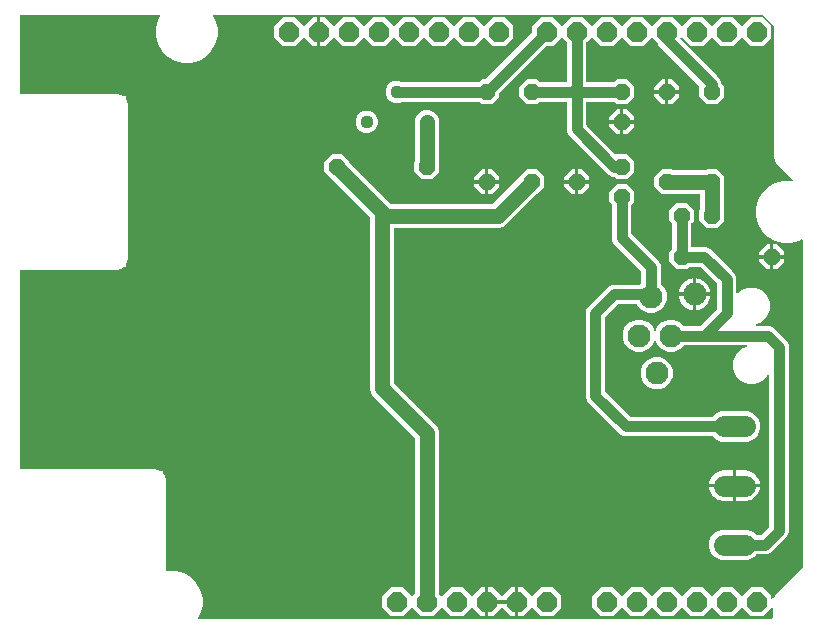
<source format=gbr>
G04 EAGLE Gerber RS-274X export*
G75*
%MOMM*%
%FSLAX34Y34*%
%LPD*%
%INBottom Copper*%
%IPPOS*%
%AMOC8*
5,1,8,0,0,1.08239X$1,22.5*%
G01*
%ADD10P,1.429621X8X22.500000*%
%ADD11P,1.429621X8X112.500000*%
%ADD12P,1.429621X8X292.500000*%
%ADD13P,1.429621X8X202.500000*%
%ADD14C,1.117600*%
%ADD15P,1.814519X8X22.500000*%
%ADD16C,1.950000*%
%ADD17C,1.790700*%
%ADD18C,1.270000*%
%ADD19C,0.889000*%

G36*
X647720Y10926D02*
X647720Y10926D01*
X647739Y10924D01*
X647841Y10946D01*
X647943Y10962D01*
X647960Y10972D01*
X647980Y10976D01*
X648069Y11029D01*
X648160Y11078D01*
X648174Y11092D01*
X648191Y11102D01*
X648258Y11181D01*
X648330Y11256D01*
X648338Y11274D01*
X648351Y11289D01*
X648390Y11385D01*
X648433Y11479D01*
X648435Y11499D01*
X648443Y11517D01*
X648461Y11684D01*
X648461Y19780D01*
X648450Y19851D01*
X648448Y19923D01*
X648430Y19972D01*
X648422Y20023D01*
X648388Y20086D01*
X648363Y20154D01*
X648331Y20195D01*
X648306Y20240D01*
X648255Y20290D01*
X648210Y20346D01*
X648166Y20374D01*
X648128Y20410D01*
X648063Y20440D01*
X648003Y20479D01*
X647952Y20492D01*
X647905Y20513D01*
X647834Y20521D01*
X647764Y20539D01*
X647712Y20535D01*
X647661Y20541D01*
X647590Y20525D01*
X647519Y20520D01*
X647471Y20499D01*
X647420Y20488D01*
X647359Y20451D01*
X647293Y20423D01*
X647237Y20379D01*
X647209Y20362D01*
X647194Y20344D01*
X647162Y20319D01*
X640050Y13207D01*
X629950Y13207D01*
X622838Y20319D01*
X622822Y20330D01*
X622810Y20346D01*
X622722Y20402D01*
X622639Y20462D01*
X622620Y20468D01*
X622603Y20479D01*
X622502Y20504D01*
X622403Y20535D01*
X622384Y20534D01*
X622364Y20539D01*
X622261Y20531D01*
X622158Y20528D01*
X622139Y20521D01*
X622119Y20520D01*
X622024Y20479D01*
X621927Y20444D01*
X621911Y20431D01*
X621893Y20423D01*
X621762Y20319D01*
X614650Y13207D01*
X604550Y13207D01*
X597438Y20319D01*
X597422Y20330D01*
X597410Y20346D01*
X597322Y20402D01*
X597239Y20462D01*
X597220Y20468D01*
X597203Y20479D01*
X597102Y20504D01*
X597003Y20535D01*
X596984Y20534D01*
X596964Y20539D01*
X596861Y20531D01*
X596758Y20528D01*
X596739Y20521D01*
X596719Y20520D01*
X596624Y20479D01*
X596527Y20444D01*
X596511Y20431D01*
X596493Y20423D01*
X596362Y20319D01*
X589250Y13207D01*
X579150Y13207D01*
X572038Y20319D01*
X572022Y20330D01*
X572010Y20346D01*
X571922Y20402D01*
X571839Y20462D01*
X571820Y20468D01*
X571803Y20479D01*
X571702Y20504D01*
X571603Y20535D01*
X571584Y20534D01*
X571564Y20539D01*
X571461Y20531D01*
X571358Y20528D01*
X571339Y20521D01*
X571319Y20520D01*
X571224Y20479D01*
X571127Y20444D01*
X571111Y20431D01*
X571093Y20423D01*
X570962Y20319D01*
X563850Y13207D01*
X553750Y13207D01*
X546638Y20319D01*
X546622Y20330D01*
X546610Y20346D01*
X546522Y20402D01*
X546439Y20462D01*
X546420Y20468D01*
X546403Y20479D01*
X546302Y20504D01*
X546203Y20535D01*
X546184Y20534D01*
X546164Y20539D01*
X546061Y20531D01*
X545958Y20528D01*
X545939Y20521D01*
X545919Y20520D01*
X545824Y20479D01*
X545727Y20444D01*
X545711Y20431D01*
X545693Y20423D01*
X545562Y20319D01*
X538450Y13207D01*
X528350Y13207D01*
X521238Y20319D01*
X521222Y20330D01*
X521210Y20346D01*
X521122Y20402D01*
X521039Y20462D01*
X521020Y20468D01*
X521003Y20479D01*
X520902Y20504D01*
X520803Y20535D01*
X520784Y20534D01*
X520764Y20539D01*
X520661Y20531D01*
X520558Y20528D01*
X520539Y20521D01*
X520519Y20520D01*
X520424Y20479D01*
X520327Y20444D01*
X520311Y20431D01*
X520293Y20423D01*
X520162Y20319D01*
X513050Y13207D01*
X502950Y13207D01*
X495807Y20350D01*
X495807Y30450D01*
X502950Y37593D01*
X513050Y37593D01*
X520162Y30481D01*
X520178Y30470D01*
X520190Y30454D01*
X520278Y30398D01*
X520361Y30338D01*
X520380Y30332D01*
X520397Y30321D01*
X520498Y30296D01*
X520597Y30265D01*
X520616Y30266D01*
X520636Y30261D01*
X520739Y30269D01*
X520842Y30272D01*
X520861Y30279D01*
X520881Y30280D01*
X520976Y30321D01*
X521073Y30356D01*
X521089Y30369D01*
X521107Y30377D01*
X521238Y30481D01*
X528350Y37593D01*
X538450Y37593D01*
X545562Y30481D01*
X545578Y30470D01*
X545590Y30454D01*
X545678Y30398D01*
X545761Y30338D01*
X545780Y30332D01*
X545797Y30321D01*
X545898Y30296D01*
X545997Y30265D01*
X546016Y30266D01*
X546036Y30261D01*
X546139Y30269D01*
X546242Y30272D01*
X546261Y30279D01*
X546281Y30280D01*
X546376Y30321D01*
X546473Y30356D01*
X546489Y30369D01*
X546507Y30377D01*
X546638Y30481D01*
X553750Y37593D01*
X563850Y37593D01*
X570962Y30481D01*
X570978Y30470D01*
X570990Y30454D01*
X571078Y30398D01*
X571161Y30338D01*
X571180Y30332D01*
X571197Y30321D01*
X571298Y30296D01*
X571397Y30265D01*
X571416Y30266D01*
X571436Y30261D01*
X571539Y30269D01*
X571642Y30272D01*
X571661Y30279D01*
X571681Y30280D01*
X571776Y30321D01*
X571873Y30356D01*
X571889Y30369D01*
X571907Y30377D01*
X572038Y30481D01*
X579150Y37593D01*
X589250Y37593D01*
X596362Y30481D01*
X596378Y30470D01*
X596390Y30454D01*
X596478Y30398D01*
X596561Y30338D01*
X596580Y30332D01*
X596597Y30321D01*
X596698Y30296D01*
X596797Y30265D01*
X596816Y30266D01*
X596836Y30261D01*
X596939Y30269D01*
X597042Y30272D01*
X597061Y30279D01*
X597081Y30280D01*
X597176Y30321D01*
X597273Y30356D01*
X597289Y30369D01*
X597307Y30377D01*
X597438Y30481D01*
X604550Y37593D01*
X614650Y37593D01*
X621762Y30481D01*
X621778Y30470D01*
X621790Y30454D01*
X621878Y30398D01*
X621961Y30338D01*
X621980Y30332D01*
X621997Y30321D01*
X622098Y30296D01*
X622197Y30265D01*
X622216Y30266D01*
X622236Y30261D01*
X622339Y30269D01*
X622442Y30272D01*
X622461Y30279D01*
X622481Y30280D01*
X622576Y30321D01*
X622673Y30356D01*
X622689Y30369D01*
X622707Y30377D01*
X622838Y30481D01*
X629950Y37593D01*
X640050Y37593D01*
X647193Y30450D01*
X647193Y28829D01*
X647204Y28758D01*
X647206Y28687D01*
X647224Y28638D01*
X647232Y28586D01*
X647266Y28523D01*
X647291Y28456D01*
X647323Y28415D01*
X647348Y28369D01*
X647399Y28320D01*
X647444Y28264D01*
X647488Y28235D01*
X647526Y28199D01*
X647591Y28169D01*
X647651Y28131D01*
X647702Y28118D01*
X647749Y28096D01*
X647820Y28088D01*
X647890Y28070D01*
X647942Y28075D01*
X647993Y28069D01*
X648064Y28084D01*
X648135Y28090D01*
X648183Y28110D01*
X648234Y28121D01*
X648295Y28158D01*
X648361Y28186D01*
X648417Y28231D01*
X648445Y28247D01*
X648460Y28265D01*
X648492Y28291D01*
X650574Y30373D01*
X650613Y30426D01*
X650659Y30473D01*
X650699Y30546D01*
X650718Y30573D01*
X650724Y30591D01*
X650739Y30620D01*
X651140Y31587D01*
X673638Y54085D01*
X673691Y54159D01*
X673751Y54229D01*
X673763Y54259D01*
X673782Y54285D01*
X673809Y54372D01*
X673843Y54457D01*
X673847Y54498D01*
X673854Y54520D01*
X673853Y54552D01*
X673861Y54624D01*
X673861Y331846D01*
X673846Y331940D01*
X673837Y332035D01*
X673826Y332060D01*
X673822Y332088D01*
X673777Y332172D01*
X673739Y332260D01*
X673720Y332281D01*
X673706Y332306D01*
X673637Y332371D01*
X673573Y332442D01*
X673549Y332456D01*
X673528Y332475D01*
X673442Y332515D01*
X673358Y332562D01*
X673331Y332567D01*
X673305Y332579D01*
X673210Y332589D01*
X673117Y332607D01*
X673089Y332603D01*
X673061Y332606D01*
X672967Y332585D01*
X672873Y332572D01*
X672841Y332558D01*
X672820Y332553D01*
X672792Y332537D01*
X672719Y332505D01*
X670498Y331222D01*
X663844Y329439D01*
X656956Y329439D01*
X650302Y331222D01*
X644337Y334666D01*
X639466Y339537D01*
X636022Y345502D01*
X634239Y352156D01*
X634239Y359044D01*
X636022Y365698D01*
X639466Y371663D01*
X644337Y376534D01*
X650302Y379978D01*
X656956Y381761D01*
X663844Y381761D01*
X664615Y381554D01*
X664663Y381549D01*
X664708Y381535D01*
X664784Y381537D01*
X664860Y381530D01*
X664906Y381540D01*
X664954Y381542D01*
X665025Y381568D01*
X665099Y381585D01*
X665140Y381610D01*
X665185Y381626D01*
X665244Y381674D01*
X665309Y381713D01*
X665340Y381750D01*
X665377Y381780D01*
X665418Y381844D01*
X665467Y381902D01*
X665484Y381946D01*
X665510Y381987D01*
X665529Y382060D01*
X665556Y382131D01*
X665559Y382179D01*
X665570Y382225D01*
X665564Y382301D01*
X665568Y382377D01*
X665555Y382423D01*
X665551Y382471D01*
X665522Y382540D01*
X665501Y382613D01*
X665474Y382653D01*
X665455Y382697D01*
X665374Y382798D01*
X665362Y382816D01*
X665356Y382820D01*
X665350Y382828D01*
X654320Y393858D01*
X651140Y397038D01*
X649477Y401052D01*
X649477Y512685D01*
X649463Y512775D01*
X649455Y512866D01*
X649443Y512896D01*
X649438Y512928D01*
X649395Y513009D01*
X649359Y513093D01*
X649333Y513125D01*
X649322Y513145D01*
X649299Y513168D01*
X649254Y513224D01*
X640224Y522254D01*
X640150Y522307D01*
X640080Y522367D01*
X640050Y522379D01*
X640024Y522398D01*
X639937Y522425D01*
X639852Y522459D01*
X639811Y522463D01*
X639789Y522470D01*
X639757Y522469D01*
X639685Y522477D01*
X175568Y522477D01*
X175474Y522462D01*
X175379Y522453D01*
X175353Y522442D01*
X175325Y522438D01*
X175241Y522393D01*
X175154Y522355D01*
X175133Y522336D01*
X175108Y522322D01*
X175042Y522253D01*
X174972Y522189D01*
X174958Y522165D01*
X174938Y522144D01*
X174898Y522058D01*
X174852Y521974D01*
X174847Y521947D01*
X174835Y521921D01*
X174824Y521826D01*
X174807Y521733D01*
X174811Y521705D01*
X174808Y521677D01*
X174828Y521583D01*
X174841Y521489D01*
X174855Y521457D01*
X174860Y521436D01*
X174877Y521408D01*
X174909Y521335D01*
X176778Y518098D01*
X178561Y511444D01*
X178561Y504556D01*
X176778Y497902D01*
X173334Y491937D01*
X168463Y487066D01*
X162498Y483622D01*
X155844Y481839D01*
X148956Y481839D01*
X142302Y483622D01*
X136337Y487066D01*
X131466Y491937D01*
X128022Y497902D01*
X126239Y504556D01*
X126239Y511444D01*
X128022Y518098D01*
X129891Y521335D01*
X129925Y521424D01*
X129965Y521511D01*
X129968Y521539D01*
X129978Y521565D01*
X129982Y521661D01*
X129992Y521755D01*
X129986Y521783D01*
X129987Y521811D01*
X129960Y521903D01*
X129940Y521996D01*
X129926Y522020D01*
X129918Y522047D01*
X129863Y522125D01*
X129814Y522207D01*
X129792Y522225D01*
X129776Y522248D01*
X129700Y522305D01*
X129627Y522367D01*
X129601Y522377D01*
X129578Y522394D01*
X129487Y522423D01*
X129399Y522459D01*
X129364Y522463D01*
X129344Y522469D01*
X129311Y522469D01*
X129232Y522477D01*
X11684Y522477D01*
X11664Y522474D01*
X11645Y522476D01*
X11543Y522454D01*
X11441Y522438D01*
X11424Y522428D01*
X11404Y522424D01*
X11315Y522371D01*
X11224Y522322D01*
X11210Y522308D01*
X11193Y522298D01*
X11126Y522219D01*
X11054Y522144D01*
X11046Y522126D01*
X11033Y522111D01*
X10994Y522015D01*
X10951Y521921D01*
X10949Y521901D01*
X10941Y521883D01*
X10923Y521716D01*
X10923Y456184D01*
X10926Y456164D01*
X10924Y456145D01*
X10946Y456043D01*
X10962Y455941D01*
X10972Y455924D01*
X10976Y455904D01*
X11029Y455815D01*
X11078Y455724D01*
X11092Y455710D01*
X11102Y455693D01*
X11181Y455626D01*
X11256Y455554D01*
X11274Y455546D01*
X11289Y455533D01*
X11385Y455494D01*
X11479Y455451D01*
X11499Y455449D01*
X11517Y455441D01*
X11684Y455423D01*
X94248Y455423D01*
X98262Y453760D01*
X98535Y453487D01*
X98609Y453434D01*
X98679Y453374D01*
X98709Y453362D01*
X98735Y453343D01*
X98822Y453316D01*
X98907Y453282D01*
X98948Y453278D01*
X98970Y453271D01*
X99002Y453272D01*
X99074Y453264D01*
X100839Y453264D01*
X100839Y451499D01*
X100854Y451409D01*
X100861Y451318D01*
X100873Y451288D01*
X100879Y451256D01*
X100921Y451175D01*
X100957Y451091D01*
X100983Y451059D01*
X100994Y451039D01*
X101017Y451016D01*
X101062Y450960D01*
X101335Y450687D01*
X102998Y446673D01*
X102998Y315327D01*
X101335Y311313D01*
X101062Y311040D01*
X101009Y310966D01*
X100949Y310896D01*
X100937Y310866D01*
X100918Y310840D01*
X100891Y310753D01*
X100857Y310668D01*
X100853Y310627D01*
X100846Y310605D01*
X100847Y310573D01*
X100839Y310501D01*
X100839Y308736D01*
X99074Y308736D01*
X98984Y308722D01*
X98893Y308714D01*
X98863Y308702D01*
X98831Y308697D01*
X98750Y308654D01*
X98666Y308618D01*
X98634Y308592D01*
X98614Y308581D01*
X98591Y308558D01*
X98535Y308513D01*
X98262Y308240D01*
X94248Y306577D01*
X11684Y306577D01*
X11664Y306574D01*
X11645Y306576D01*
X11543Y306554D01*
X11441Y306538D01*
X11424Y306528D01*
X11404Y306524D01*
X11315Y306471D01*
X11224Y306422D01*
X11210Y306408D01*
X11193Y306398D01*
X11126Y306319D01*
X11054Y306244D01*
X11046Y306226D01*
X11033Y306211D01*
X10994Y306115D01*
X10951Y306021D01*
X10949Y306001D01*
X10941Y305983D01*
X10923Y305816D01*
X10923Y138684D01*
X10926Y138664D01*
X10924Y138645D01*
X10946Y138543D01*
X10962Y138441D01*
X10972Y138424D01*
X10976Y138404D01*
X11029Y138315D01*
X11078Y138224D01*
X11092Y138210D01*
X11102Y138193D01*
X11181Y138126D01*
X11256Y138054D01*
X11274Y138046D01*
X11289Y138033D01*
X11385Y137994D01*
X11479Y137951D01*
X11499Y137949D01*
X11517Y137941D01*
X11684Y137923D01*
X125998Y137923D01*
X130012Y136260D01*
X130285Y135987D01*
X130359Y135934D01*
X130429Y135874D01*
X130459Y135862D01*
X130485Y135843D01*
X130572Y135816D01*
X130657Y135782D01*
X130698Y135778D01*
X130720Y135771D01*
X130752Y135772D01*
X130824Y135764D01*
X132589Y135764D01*
X132589Y133999D01*
X132604Y133909D01*
X132611Y133818D01*
X132623Y133788D01*
X132629Y133756D01*
X132671Y133675D01*
X132707Y133591D01*
X132733Y133559D01*
X132744Y133539D01*
X132767Y133516D01*
X132812Y133460D01*
X133085Y133187D01*
X134748Y129173D01*
X134748Y52149D01*
X134767Y52032D01*
X134785Y51914D01*
X134787Y51910D01*
X134787Y51906D01*
X134843Y51802D01*
X134898Y51695D01*
X134901Y51692D01*
X134903Y51689D01*
X134988Y51607D01*
X135074Y51524D01*
X135078Y51522D01*
X135081Y51519D01*
X135189Y51469D01*
X135296Y51418D01*
X135300Y51417D01*
X135304Y51416D01*
X135422Y51403D01*
X135540Y51388D01*
X135545Y51389D01*
X135548Y51388D01*
X135562Y51391D01*
X135706Y51413D01*
X136256Y51561D01*
X143144Y51561D01*
X149798Y49778D01*
X155763Y46334D01*
X160634Y41463D01*
X164078Y35498D01*
X165861Y28844D01*
X165861Y21956D01*
X164078Y15302D01*
X162209Y12065D01*
X162175Y11976D01*
X162135Y11889D01*
X162132Y11861D01*
X162122Y11835D01*
X162118Y11739D01*
X162108Y11645D01*
X162114Y11617D01*
X162113Y11589D01*
X162140Y11497D01*
X162160Y11404D01*
X162174Y11380D01*
X162182Y11353D01*
X162237Y11275D01*
X162286Y11193D01*
X162308Y11175D01*
X162324Y11152D01*
X162400Y11095D01*
X162473Y11033D01*
X162499Y11023D01*
X162522Y11006D01*
X162613Y10977D01*
X162701Y10941D01*
X162736Y10937D01*
X162756Y10931D01*
X162789Y10931D01*
X162868Y10923D01*
X647700Y10923D01*
X647720Y10926D01*
G37*
%LPC*%
G36*
X325150Y13207D02*
X325150Y13207D01*
X318007Y20350D01*
X318007Y30450D01*
X325150Y37593D01*
X335250Y37593D01*
X342362Y30481D01*
X342378Y30470D01*
X342390Y30454D01*
X342478Y30398D01*
X342561Y30338D01*
X342580Y30332D01*
X342597Y30321D01*
X342698Y30296D01*
X342797Y30265D01*
X342816Y30266D01*
X342836Y30261D01*
X342939Y30269D01*
X343042Y30272D01*
X343061Y30279D01*
X343081Y30280D01*
X343176Y30321D01*
X343273Y30356D01*
X343289Y30369D01*
X343307Y30377D01*
X343438Y30481D01*
X345216Y32259D01*
X345269Y32333D01*
X345329Y32403D01*
X345341Y32433D01*
X345360Y32459D01*
X345387Y32546D01*
X345421Y32631D01*
X345425Y32672D01*
X345432Y32694D01*
X345431Y32726D01*
X345439Y32798D01*
X345439Y163751D01*
X345425Y163841D01*
X345417Y163932D01*
X345405Y163962D01*
X345400Y163994D01*
X345357Y164074D01*
X345321Y164158D01*
X345295Y164190D01*
X345284Y164211D01*
X345261Y164233D01*
X345216Y164289D01*
X308886Y200619D01*
X307339Y204354D01*
X307339Y351076D01*
X307325Y351166D01*
X307317Y351257D01*
X307305Y351287D01*
X307300Y351319D01*
X307257Y351399D01*
X307221Y351483D01*
X307195Y351515D01*
X307184Y351536D01*
X307161Y351558D01*
X307116Y351614D01*
X275668Y383062D01*
X275594Y383115D01*
X275525Y383175D01*
X275495Y383187D01*
X275468Y383206D01*
X275382Y383233D01*
X275297Y383267D01*
X275256Y383271D01*
X275233Y383278D01*
X275201Y383277D01*
X275130Y383285D01*
X275086Y383285D01*
X268985Y389386D01*
X268985Y398014D01*
X275086Y404115D01*
X283714Y404115D01*
X289815Y398014D01*
X289815Y397970D01*
X289829Y397880D01*
X289837Y397789D01*
X289849Y397759D01*
X289854Y397727D01*
X289897Y397647D01*
X289933Y397563D01*
X289959Y397531D01*
X289970Y397510D01*
X289993Y397488D01*
X290038Y397432D01*
X323149Y364321D01*
X324661Y362809D01*
X324735Y362756D01*
X324804Y362696D01*
X324834Y362684D01*
X324861Y362665D01*
X324947Y362638D01*
X325032Y362604D01*
X325073Y362600D01*
X325096Y362593D01*
X325128Y362594D01*
X325199Y362586D01*
X411401Y362586D01*
X411491Y362600D01*
X411582Y362608D01*
X411612Y362620D01*
X411644Y362625D01*
X411724Y362668D01*
X411808Y362704D01*
X411840Y362730D01*
X411861Y362741D01*
X411883Y362764D01*
X411939Y362809D01*
X433862Y384732D01*
X433915Y384806D01*
X433975Y384875D01*
X433987Y384905D01*
X434006Y384932D01*
X434033Y385018D01*
X434067Y385103D01*
X434071Y385144D01*
X434078Y385167D01*
X434077Y385199D01*
X434085Y385270D01*
X434085Y385314D01*
X440186Y391415D01*
X448814Y391415D01*
X454915Y385314D01*
X454915Y376686D01*
X448814Y370585D01*
X448770Y370585D01*
X448680Y370571D01*
X448589Y370563D01*
X448559Y370551D01*
X448527Y370546D01*
X448447Y370503D01*
X448363Y370467D01*
X448331Y370441D01*
X448310Y370430D01*
X448288Y370407D01*
X448232Y370362D01*
X421681Y343811D01*
X417946Y342264D01*
X328422Y342264D01*
X328402Y342261D01*
X328383Y342263D01*
X328281Y342241D01*
X328179Y342225D01*
X328162Y342215D01*
X328142Y342211D01*
X328053Y342158D01*
X327962Y342109D01*
X327948Y342095D01*
X327931Y342085D01*
X327864Y342006D01*
X327792Y341931D01*
X327784Y341913D01*
X327771Y341898D01*
X327732Y341802D01*
X327689Y341708D01*
X327687Y341688D01*
X327679Y341670D01*
X327661Y341503D01*
X327661Y210899D01*
X327675Y210809D01*
X327683Y210718D01*
X327695Y210688D01*
X327700Y210656D01*
X327743Y210576D01*
X327779Y210492D01*
X327805Y210460D01*
X327816Y210439D01*
X327839Y210417D01*
X327884Y210361D01*
X364214Y174031D01*
X365761Y170296D01*
X365761Y32798D01*
X365775Y32708D01*
X365783Y32617D01*
X365795Y32587D01*
X365800Y32555D01*
X365843Y32474D01*
X365879Y32390D01*
X365905Y32358D01*
X365916Y32338D01*
X365939Y32315D01*
X365984Y32259D01*
X367762Y30481D01*
X367778Y30470D01*
X367790Y30454D01*
X367878Y30398D01*
X367961Y30338D01*
X367980Y30332D01*
X367997Y30321D01*
X368098Y30296D01*
X368197Y30265D01*
X368216Y30266D01*
X368236Y30261D01*
X368339Y30269D01*
X368442Y30272D01*
X368461Y30279D01*
X368481Y30280D01*
X368576Y30321D01*
X368673Y30356D01*
X368689Y30369D01*
X368707Y30377D01*
X368838Y30481D01*
X375950Y37593D01*
X386050Y37593D01*
X393162Y30481D01*
X393178Y30470D01*
X393190Y30454D01*
X393278Y30398D01*
X393361Y30338D01*
X393380Y30332D01*
X393397Y30321D01*
X393498Y30296D01*
X393597Y30265D01*
X393616Y30266D01*
X393636Y30261D01*
X393739Y30269D01*
X393842Y30272D01*
X393861Y30279D01*
X393881Y30280D01*
X393976Y30321D01*
X394073Y30356D01*
X394089Y30369D01*
X394107Y30377D01*
X394238Y30481D01*
X401350Y37593D01*
X404877Y37593D01*
X404877Y26162D01*
X404880Y26142D01*
X404878Y26123D01*
X404900Y26021D01*
X404917Y25919D01*
X404926Y25902D01*
X404930Y25882D01*
X404983Y25793D01*
X405032Y25702D01*
X405046Y25688D01*
X405056Y25671D01*
X405135Y25604D01*
X405210Y25533D01*
X405228Y25524D01*
X405243Y25511D01*
X405339Y25473D01*
X405433Y25429D01*
X405453Y25427D01*
X405471Y25419D01*
X405638Y25401D01*
X406401Y25401D01*
X406401Y25399D01*
X405638Y25399D01*
X405618Y25396D01*
X405599Y25398D01*
X405497Y25376D01*
X405395Y25359D01*
X405378Y25350D01*
X405358Y25346D01*
X405269Y25293D01*
X405178Y25244D01*
X405164Y25230D01*
X405147Y25220D01*
X405080Y25141D01*
X405009Y25066D01*
X405000Y25048D01*
X404987Y25033D01*
X404948Y24937D01*
X404905Y24843D01*
X404903Y24823D01*
X404895Y24805D01*
X404877Y24638D01*
X404877Y13207D01*
X401350Y13207D01*
X394238Y20319D01*
X394222Y20330D01*
X394210Y20346D01*
X394122Y20402D01*
X394039Y20462D01*
X394020Y20468D01*
X394003Y20479D01*
X393902Y20504D01*
X393803Y20535D01*
X393784Y20534D01*
X393764Y20539D01*
X393661Y20531D01*
X393558Y20528D01*
X393539Y20521D01*
X393519Y20520D01*
X393424Y20479D01*
X393327Y20444D01*
X393311Y20431D01*
X393293Y20423D01*
X393162Y20319D01*
X386050Y13207D01*
X375950Y13207D01*
X368838Y20319D01*
X368822Y20330D01*
X368810Y20346D01*
X368722Y20402D01*
X368639Y20462D01*
X368620Y20468D01*
X368603Y20479D01*
X368502Y20504D01*
X368403Y20535D01*
X368384Y20534D01*
X368364Y20539D01*
X368261Y20531D01*
X368158Y20528D01*
X368139Y20521D01*
X368119Y20520D01*
X368024Y20479D01*
X367927Y20444D01*
X367911Y20431D01*
X367893Y20423D01*
X367762Y20319D01*
X360650Y13207D01*
X350550Y13207D01*
X343438Y20319D01*
X343422Y20330D01*
X343410Y20346D01*
X343322Y20402D01*
X343239Y20462D01*
X343220Y20468D01*
X343203Y20479D01*
X343102Y20504D01*
X343003Y20535D01*
X342984Y20534D01*
X342964Y20539D01*
X342861Y20531D01*
X342758Y20528D01*
X342739Y20521D01*
X342719Y20520D01*
X342624Y20479D01*
X342527Y20444D01*
X342511Y20431D01*
X342493Y20423D01*
X342362Y20319D01*
X335250Y13207D01*
X325150Y13207D01*
G37*
%LPD*%
%LPC*%
G36*
X516386Y383285D02*
X516386Y383285D01*
X514450Y385221D01*
X514376Y385274D01*
X514307Y385334D01*
X514276Y385346D01*
X514250Y385365D01*
X514163Y385392D01*
X514078Y385426D01*
X514038Y385430D01*
X514015Y385437D01*
X513983Y385436D01*
X513912Y385444D01*
X512708Y385444D01*
X509673Y386701D01*
X475601Y420773D01*
X474344Y423808D01*
X474344Y448183D01*
X474341Y448203D01*
X474343Y448222D01*
X474321Y448324D01*
X474305Y448426D01*
X474295Y448443D01*
X474291Y448463D01*
X474238Y448552D01*
X474189Y448643D01*
X474175Y448657D01*
X474165Y448674D01*
X474086Y448741D01*
X474011Y448813D01*
X473993Y448821D01*
X473978Y448834D01*
X473882Y448873D01*
X473788Y448916D01*
X473768Y448918D01*
X473750Y448926D01*
X473583Y448944D01*
X451288Y448944D01*
X451198Y448930D01*
X451107Y448922D01*
X451077Y448910D01*
X451045Y448905D01*
X450965Y448862D01*
X450881Y448826D01*
X450849Y448800D01*
X450828Y448789D01*
X450806Y448766D01*
X450750Y448721D01*
X448814Y446785D01*
X440186Y446785D01*
X434085Y452886D01*
X434085Y461514D01*
X440186Y467615D01*
X448814Y467615D01*
X450750Y465679D01*
X450824Y465626D01*
X450893Y465566D01*
X450924Y465554D01*
X450950Y465535D01*
X451037Y465508D01*
X451122Y465474D01*
X451162Y465470D01*
X451185Y465463D01*
X451217Y465464D01*
X451288Y465456D01*
X473583Y465456D01*
X473603Y465459D01*
X473622Y465457D01*
X473724Y465479D01*
X473826Y465495D01*
X473843Y465505D01*
X473863Y465509D01*
X473952Y465562D01*
X474043Y465611D01*
X474057Y465625D01*
X474074Y465635D01*
X474141Y465714D01*
X474213Y465789D01*
X474221Y465807D01*
X474234Y465822D01*
X474273Y465918D01*
X474316Y466012D01*
X474318Y466032D01*
X474326Y466050D01*
X474344Y466217D01*
X474344Y498697D01*
X474330Y498787D01*
X474322Y498878D01*
X474310Y498908D01*
X474305Y498940D01*
X474262Y499021D01*
X474226Y499105D01*
X474200Y499137D01*
X474189Y499157D01*
X474166Y499180D01*
X474121Y499236D01*
X470438Y502919D01*
X470422Y502930D01*
X470410Y502946D01*
X470322Y503002D01*
X470239Y503062D01*
X470220Y503068D01*
X470203Y503079D01*
X470102Y503104D01*
X470003Y503135D01*
X469984Y503134D01*
X469964Y503139D01*
X469861Y503131D01*
X469758Y503128D01*
X469739Y503121D01*
X469719Y503120D01*
X469624Y503079D01*
X469527Y503044D01*
X469511Y503031D01*
X469493Y503023D01*
X469362Y502919D01*
X462250Y495807D01*
X456998Y495807D01*
X456908Y495793D01*
X456817Y495785D01*
X456787Y495773D01*
X456755Y495768D01*
X456675Y495725D01*
X456591Y495689D01*
X456559Y495663D01*
X456538Y495652D01*
X456516Y495629D01*
X456460Y495584D01*
X417038Y456162D01*
X416985Y456088D01*
X416925Y456019D01*
X416913Y455989D01*
X416894Y455963D01*
X416867Y455876D01*
X416833Y455791D01*
X416829Y455750D01*
X416822Y455728D01*
X416823Y455695D01*
X416815Y455624D01*
X416815Y452886D01*
X410714Y446785D01*
X402086Y446785D01*
X400150Y448721D01*
X400076Y448774D01*
X400007Y448834D01*
X399977Y448846D01*
X399950Y448865D01*
X399863Y448892D01*
X399779Y448926D01*
X399738Y448930D01*
X399715Y448937D01*
X399683Y448936D01*
X399612Y448944D01*
X334980Y448944D01*
X334916Y448934D01*
X334850Y448933D01*
X334770Y448910D01*
X334738Y448905D01*
X334720Y448895D01*
X334689Y448886D01*
X332070Y447801D01*
X328330Y447801D01*
X324876Y449232D01*
X322232Y451876D01*
X320801Y455330D01*
X320801Y459070D01*
X322232Y462524D01*
X324876Y465168D01*
X328330Y466599D01*
X332070Y466599D01*
X334689Y465514D01*
X334753Y465499D01*
X334814Y465474D01*
X334897Y465465D01*
X334929Y465458D01*
X334948Y465459D01*
X334980Y465456D01*
X399612Y465456D01*
X399702Y465470D01*
X399793Y465478D01*
X399823Y465490D01*
X399855Y465495D01*
X399935Y465538D01*
X400019Y465574D01*
X400051Y465600D01*
X400072Y465611D01*
X400094Y465634D01*
X400150Y465679D01*
X402086Y467615D01*
X404824Y467615D01*
X404914Y467629D01*
X405005Y467637D01*
X405035Y467649D01*
X405067Y467654D01*
X405147Y467697D01*
X405231Y467733D01*
X405263Y467759D01*
X405284Y467770D01*
X405306Y467793D01*
X405362Y467838D01*
X444784Y507260D01*
X444837Y507334D01*
X444897Y507403D01*
X444909Y507433D01*
X444928Y507459D01*
X444955Y507546D01*
X444989Y507631D01*
X444993Y507672D01*
X445000Y507694D01*
X444999Y507727D01*
X445007Y507798D01*
X445007Y513050D01*
X452150Y520193D01*
X462250Y520193D01*
X469362Y513081D01*
X469378Y513070D01*
X469390Y513054D01*
X469478Y512998D01*
X469561Y512938D01*
X469580Y512932D01*
X469597Y512921D01*
X469698Y512896D01*
X469797Y512865D01*
X469816Y512866D01*
X469836Y512861D01*
X469939Y512869D01*
X470042Y512872D01*
X470061Y512879D01*
X470081Y512880D01*
X470176Y512921D01*
X470273Y512956D01*
X470289Y512969D01*
X470307Y512977D01*
X470438Y513081D01*
X477550Y520193D01*
X487650Y520193D01*
X494762Y513081D01*
X494778Y513070D01*
X494790Y513054D01*
X494878Y512998D01*
X494961Y512938D01*
X494980Y512932D01*
X494997Y512921D01*
X495098Y512896D01*
X495197Y512865D01*
X495216Y512866D01*
X495236Y512861D01*
X495339Y512869D01*
X495442Y512872D01*
X495461Y512879D01*
X495481Y512880D01*
X495576Y512921D01*
X495673Y512956D01*
X495689Y512969D01*
X495707Y512977D01*
X495838Y513081D01*
X502950Y520193D01*
X513050Y520193D01*
X520162Y513081D01*
X520178Y513070D01*
X520190Y513054D01*
X520278Y512998D01*
X520361Y512938D01*
X520380Y512932D01*
X520397Y512921D01*
X520498Y512896D01*
X520597Y512865D01*
X520616Y512866D01*
X520636Y512861D01*
X520739Y512869D01*
X520842Y512872D01*
X520861Y512879D01*
X520881Y512880D01*
X520976Y512921D01*
X521073Y512956D01*
X521089Y512969D01*
X521107Y512977D01*
X521238Y513081D01*
X528350Y520193D01*
X538450Y520193D01*
X545562Y513081D01*
X545578Y513070D01*
X545590Y513054D01*
X545678Y512998D01*
X545761Y512938D01*
X545780Y512932D01*
X545797Y512921D01*
X545898Y512896D01*
X545997Y512865D01*
X546016Y512866D01*
X546036Y512861D01*
X546139Y512869D01*
X546242Y512872D01*
X546261Y512879D01*
X546281Y512880D01*
X546376Y512921D01*
X546473Y512956D01*
X546489Y512969D01*
X546507Y512977D01*
X546638Y513081D01*
X553750Y520193D01*
X563850Y520193D01*
X570962Y513081D01*
X570978Y513070D01*
X570990Y513054D01*
X571078Y512998D01*
X571161Y512938D01*
X571180Y512932D01*
X571197Y512921D01*
X571298Y512896D01*
X571397Y512865D01*
X571416Y512866D01*
X571436Y512861D01*
X571539Y512869D01*
X571642Y512872D01*
X571661Y512879D01*
X571681Y512880D01*
X571776Y512921D01*
X571873Y512956D01*
X571889Y512969D01*
X571907Y512977D01*
X572038Y513081D01*
X579150Y520193D01*
X589250Y520193D01*
X596362Y513081D01*
X596378Y513070D01*
X596390Y513054D01*
X596478Y512998D01*
X596561Y512938D01*
X596580Y512932D01*
X596597Y512921D01*
X596698Y512896D01*
X596797Y512865D01*
X596816Y512866D01*
X596836Y512861D01*
X596939Y512869D01*
X597042Y512872D01*
X597061Y512879D01*
X597081Y512880D01*
X597176Y512921D01*
X597273Y512956D01*
X597289Y512969D01*
X597307Y512977D01*
X597438Y513081D01*
X604550Y520193D01*
X614650Y520193D01*
X621762Y513081D01*
X621778Y513070D01*
X621790Y513054D01*
X621878Y512998D01*
X621961Y512938D01*
X621980Y512932D01*
X621997Y512921D01*
X622098Y512896D01*
X622197Y512865D01*
X622216Y512866D01*
X622236Y512861D01*
X622339Y512869D01*
X622442Y512872D01*
X622461Y512879D01*
X622481Y512880D01*
X622576Y512921D01*
X622673Y512956D01*
X622689Y512969D01*
X622707Y512977D01*
X622838Y513081D01*
X629950Y520193D01*
X640050Y520193D01*
X647193Y513050D01*
X647193Y502950D01*
X640050Y495807D01*
X629950Y495807D01*
X622838Y502919D01*
X622822Y502930D01*
X622810Y502946D01*
X622722Y503002D01*
X622639Y503062D01*
X622620Y503068D01*
X622603Y503079D01*
X622502Y503104D01*
X622403Y503135D01*
X622384Y503134D01*
X622364Y503139D01*
X622261Y503131D01*
X622158Y503128D01*
X622139Y503121D01*
X622119Y503120D01*
X622024Y503079D01*
X621927Y503044D01*
X621911Y503031D01*
X621893Y503023D01*
X621762Y502919D01*
X614650Y495807D01*
X604550Y495807D01*
X597438Y502919D01*
X597422Y502930D01*
X597410Y502946D01*
X597322Y503002D01*
X597239Y503062D01*
X597220Y503068D01*
X597203Y503079D01*
X597102Y503104D01*
X597003Y503135D01*
X596984Y503134D01*
X596964Y503139D01*
X596861Y503131D01*
X596758Y503128D01*
X596739Y503121D01*
X596719Y503120D01*
X596624Y503079D01*
X596527Y503044D01*
X596511Y503031D01*
X596493Y503023D01*
X596362Y502919D01*
X589250Y495807D01*
X579150Y495807D01*
X572038Y502919D01*
X572022Y502930D01*
X572010Y502946D01*
X571922Y503002D01*
X571839Y503062D01*
X571820Y503068D01*
X571803Y503079D01*
X571702Y503104D01*
X571603Y503135D01*
X571583Y503134D01*
X571564Y503139D01*
X571461Y503131D01*
X571358Y503128D01*
X571339Y503121D01*
X571319Y503120D01*
X571224Y503079D01*
X571127Y503044D01*
X571111Y503031D01*
X571093Y503023D01*
X570962Y502919D01*
X570622Y502579D01*
X570611Y502563D01*
X570595Y502551D01*
X570539Y502464D01*
X570479Y502380D01*
X570473Y502361D01*
X570462Y502344D01*
X570437Y502243D01*
X570407Y502145D01*
X570407Y502125D01*
X570402Y502105D01*
X570410Y502002D01*
X570413Y501899D01*
X570420Y501880D01*
X570421Y501860D01*
X570462Y501765D01*
X570497Y501668D01*
X570510Y501652D01*
X570518Y501634D01*
X570623Y501503D01*
X601469Y470656D01*
X601470Y470656D01*
X603899Y468227D01*
X605156Y465192D01*
X605156Y463988D01*
X605170Y463898D01*
X605178Y463807D01*
X605190Y463777D01*
X605195Y463745D01*
X605238Y463665D01*
X605274Y463581D01*
X605300Y463549D01*
X605311Y463528D01*
X605334Y463506D01*
X605379Y463450D01*
X607315Y461514D01*
X607315Y452886D01*
X601214Y446785D01*
X592586Y446785D01*
X586485Y452886D01*
X586485Y461584D01*
X586495Y461599D01*
X586520Y461699D01*
X586551Y461798D01*
X586550Y461818D01*
X586555Y461837D01*
X586547Y461940D01*
X586544Y462044D01*
X586537Y462063D01*
X586536Y462083D01*
X586495Y462178D01*
X586460Y462275D01*
X586447Y462291D01*
X586440Y462309D01*
X586335Y462440D01*
X554231Y494544D01*
X554230Y494544D01*
X551801Y496973D01*
X551306Y498169D01*
X551271Y498225D01*
X551246Y498285D01*
X551194Y498350D01*
X551176Y498378D01*
X551161Y498390D01*
X551141Y498416D01*
X546638Y502919D01*
X546622Y502930D01*
X546610Y502946D01*
X546522Y503002D01*
X546439Y503062D01*
X546420Y503068D01*
X546403Y503079D01*
X546302Y503104D01*
X546203Y503135D01*
X546184Y503134D01*
X546164Y503139D01*
X546061Y503131D01*
X545958Y503128D01*
X545939Y503121D01*
X545919Y503120D01*
X545824Y503079D01*
X545727Y503044D01*
X545711Y503031D01*
X545693Y503023D01*
X545562Y502919D01*
X538450Y495807D01*
X528350Y495807D01*
X521238Y502919D01*
X521222Y502930D01*
X521210Y502946D01*
X521122Y503002D01*
X521039Y503062D01*
X521020Y503068D01*
X521003Y503079D01*
X520902Y503104D01*
X520803Y503135D01*
X520784Y503134D01*
X520764Y503139D01*
X520661Y503131D01*
X520558Y503128D01*
X520539Y503121D01*
X520519Y503120D01*
X520424Y503079D01*
X520327Y503044D01*
X520311Y503031D01*
X520293Y503023D01*
X520162Y502919D01*
X513050Y495807D01*
X502950Y495807D01*
X495838Y502919D01*
X495822Y502930D01*
X495810Y502946D01*
X495722Y503002D01*
X495639Y503062D01*
X495620Y503068D01*
X495603Y503079D01*
X495502Y503104D01*
X495403Y503135D01*
X495384Y503134D01*
X495364Y503139D01*
X495261Y503131D01*
X495158Y503128D01*
X495139Y503121D01*
X495119Y503120D01*
X495024Y503079D01*
X494927Y503044D01*
X494911Y503031D01*
X494893Y503023D01*
X494762Y502919D01*
X491079Y499236D01*
X491026Y499162D01*
X490966Y499092D01*
X490954Y499062D01*
X490935Y499036D01*
X490908Y498949D01*
X490874Y498864D01*
X490870Y498823D01*
X490863Y498801D01*
X490864Y498769D01*
X490856Y498697D01*
X490856Y466217D01*
X490859Y466197D01*
X490857Y466178D01*
X490879Y466076D01*
X490895Y465974D01*
X490905Y465957D01*
X490909Y465937D01*
X490962Y465848D01*
X491011Y465757D01*
X491025Y465743D01*
X491035Y465726D01*
X491114Y465659D01*
X491189Y465587D01*
X491207Y465579D01*
X491222Y465566D01*
X491318Y465527D01*
X491412Y465484D01*
X491432Y465482D01*
X491450Y465474D01*
X491617Y465456D01*
X513912Y465456D01*
X514002Y465470D01*
X514093Y465478D01*
X514123Y465490D01*
X514155Y465495D01*
X514235Y465538D01*
X514319Y465574D01*
X514351Y465600D01*
X514372Y465611D01*
X514394Y465634D01*
X514450Y465679D01*
X516386Y467615D01*
X525014Y467615D01*
X531115Y461514D01*
X531115Y452886D01*
X525014Y446785D01*
X516386Y446785D01*
X514450Y448721D01*
X514376Y448774D01*
X514307Y448834D01*
X514276Y448846D01*
X514250Y448865D01*
X514163Y448892D01*
X514078Y448926D01*
X514038Y448930D01*
X514015Y448937D01*
X513983Y448936D01*
X513912Y448944D01*
X491617Y448944D01*
X491597Y448941D01*
X491578Y448943D01*
X491476Y448921D01*
X491374Y448905D01*
X491357Y448895D01*
X491337Y448891D01*
X491248Y448838D01*
X491157Y448789D01*
X491143Y448775D01*
X491126Y448765D01*
X491059Y448686D01*
X490987Y448611D01*
X490979Y448593D01*
X490966Y448578D01*
X490927Y448482D01*
X490884Y448388D01*
X490882Y448368D01*
X490874Y448350D01*
X490856Y448183D01*
X490856Y429185D01*
X490870Y429095D01*
X490878Y429004D01*
X490890Y428974D01*
X490895Y428942D01*
X490938Y428862D01*
X490974Y428778D01*
X491000Y428746D01*
X491011Y428725D01*
X491034Y428703D01*
X491079Y428647D01*
X515460Y404265D01*
X515476Y404254D01*
X515489Y404238D01*
X515576Y404182D01*
X515660Y404122D01*
X515679Y404116D01*
X515696Y404105D01*
X515796Y404080D01*
X515895Y404049D01*
X515915Y404050D01*
X515934Y404045D01*
X516037Y404053D01*
X516141Y404056D01*
X516160Y404063D01*
X516180Y404064D01*
X516275Y404105D01*
X516302Y404115D01*
X525014Y404115D01*
X531115Y398014D01*
X531115Y389386D01*
X525014Y383285D01*
X516386Y383285D01*
G37*
%LPD*%
%LPC*%
G36*
X604658Y61061D02*
X604658Y61061D01*
X599966Y63004D01*
X596376Y66595D01*
X594432Y71286D01*
X594432Y76364D01*
X596376Y81055D01*
X599966Y84646D01*
X604658Y86589D01*
X627642Y86589D01*
X632334Y84646D01*
X634676Y82304D01*
X634750Y82251D01*
X634820Y82191D01*
X634850Y82179D01*
X634876Y82160D01*
X634963Y82133D01*
X635048Y82099D01*
X635089Y82095D01*
X635111Y82088D01*
X635143Y82089D01*
X635214Y82081D01*
X638415Y82081D01*
X638505Y82095D01*
X638596Y82103D01*
X638626Y82115D01*
X638658Y82120D01*
X638738Y82163D01*
X638822Y82199D01*
X638854Y82225D01*
X638875Y82236D01*
X638897Y82259D01*
X638953Y82304D01*
X645571Y88922D01*
X645624Y88996D01*
X645684Y89065D01*
X645696Y89095D01*
X645715Y89121D01*
X645742Y89208D01*
X645776Y89293D01*
X645780Y89334D01*
X645787Y89356D01*
X645786Y89389D01*
X645794Y89460D01*
X645794Y218240D01*
X645779Y218336D01*
X645769Y218433D01*
X645759Y218457D01*
X645755Y218482D01*
X645709Y218568D01*
X645669Y218657D01*
X645652Y218677D01*
X645639Y218700D01*
X645569Y218767D01*
X645503Y218838D01*
X645480Y218851D01*
X645461Y218869D01*
X645373Y218910D01*
X645287Y218957D01*
X645262Y218962D01*
X645238Y218973D01*
X645141Y218983D01*
X645045Y219001D01*
X645019Y218997D01*
X644994Y219000D01*
X644898Y218979D01*
X644802Y218965D01*
X644779Y218953D01*
X644753Y218948D01*
X644670Y218898D01*
X644583Y218853D01*
X644564Y218835D01*
X644542Y218821D01*
X644479Y218747D01*
X644411Y218678D01*
X644395Y218649D01*
X644382Y218634D01*
X644370Y218604D01*
X644330Y218531D01*
X643677Y216954D01*
X639271Y212548D01*
X633515Y210164D01*
X627285Y210164D01*
X621529Y212548D01*
X617123Y216954D01*
X614739Y222710D01*
X614739Y228940D01*
X617123Y234696D01*
X621529Y239102D01*
X626365Y241105D01*
X626448Y241156D01*
X626534Y241202D01*
X626552Y241220D01*
X626574Y241234D01*
X626636Y241310D01*
X626703Y241380D01*
X626714Y241404D01*
X626731Y241424D01*
X626766Y241515D01*
X626807Y241603D01*
X626810Y241629D01*
X626819Y241653D01*
X626823Y241751D01*
X626834Y241847D01*
X626828Y241873D01*
X626830Y241899D01*
X626802Y241993D01*
X626782Y242088D01*
X626768Y242110D01*
X626761Y242135D01*
X626706Y242215D01*
X626656Y242299D01*
X626636Y242316D01*
X626621Y242337D01*
X626543Y242396D01*
X626469Y242459D01*
X626444Y242469D01*
X626423Y242484D01*
X626331Y242514D01*
X626240Y242551D01*
X626208Y242554D01*
X626190Y242560D01*
X626156Y242560D01*
X626074Y242569D01*
X573637Y242569D01*
X573547Y242555D01*
X573456Y242547D01*
X573427Y242535D01*
X573395Y242530D01*
X573314Y242487D01*
X573230Y242451D01*
X573198Y242425D01*
X573177Y242414D01*
X573155Y242391D01*
X573099Y242346D01*
X570082Y239329D01*
X565097Y237264D01*
X559703Y237264D01*
X554718Y239329D01*
X550904Y243143D01*
X549603Y246283D01*
X549565Y246344D01*
X549536Y246409D01*
X549501Y246448D01*
X549474Y246492D01*
X549418Y246538D01*
X549370Y246591D01*
X549324Y246616D01*
X549284Y246649D01*
X549217Y246675D01*
X549154Y246709D01*
X549103Y246718D01*
X549055Y246737D01*
X548983Y246740D01*
X548912Y246753D01*
X548861Y246745D01*
X548809Y246748D01*
X548740Y246728D01*
X548669Y246717D01*
X548623Y246693D01*
X548573Y246679D01*
X548514Y246638D01*
X548450Y246606D01*
X548413Y246568D01*
X548371Y246539D01*
X548328Y246481D01*
X548278Y246430D01*
X548243Y246367D01*
X548224Y246341D01*
X548217Y246319D01*
X548197Y246283D01*
X546896Y243143D01*
X543082Y239329D01*
X538097Y237264D01*
X532703Y237264D01*
X527718Y239329D01*
X523904Y243143D01*
X521839Y248128D01*
X521839Y253522D01*
X523904Y258507D01*
X527718Y262321D01*
X532703Y264386D01*
X538097Y264386D01*
X543082Y262321D01*
X546896Y258507D01*
X548197Y255367D01*
X548235Y255306D01*
X548264Y255241D01*
X548299Y255202D01*
X548326Y255158D01*
X548382Y255112D01*
X548430Y255059D01*
X548476Y255034D01*
X548516Y255001D01*
X548583Y254975D01*
X548646Y254941D01*
X548697Y254932D01*
X548745Y254913D01*
X548817Y254910D01*
X548888Y254897D01*
X548939Y254905D01*
X548991Y254902D01*
X549060Y254922D01*
X549131Y254933D01*
X549177Y254957D01*
X549227Y254971D01*
X549286Y255012D01*
X549350Y255044D01*
X549387Y255082D01*
X549429Y255111D01*
X549472Y255169D01*
X549522Y255220D01*
X549557Y255283D01*
X549576Y255309D01*
X549583Y255331D01*
X549603Y255367D01*
X550904Y258507D01*
X554718Y262321D01*
X559703Y264386D01*
X565097Y264386D01*
X570082Y262321D01*
X573099Y259304D01*
X573173Y259251D01*
X573243Y259191D01*
X573273Y259179D01*
X573299Y259160D01*
X573386Y259133D01*
X573471Y259099D01*
X573512Y259095D01*
X573534Y259088D01*
X573566Y259089D01*
X573637Y259081D01*
X586815Y259081D01*
X586905Y259095D01*
X586996Y259103D01*
X587026Y259115D01*
X587058Y259120D01*
X587138Y259163D01*
X587222Y259199D01*
X587254Y259225D01*
X587275Y259236D01*
X587284Y259245D01*
X587285Y259245D01*
X587299Y259261D01*
X587353Y259304D01*
X601121Y273072D01*
X601174Y273146D01*
X601234Y273215D01*
X601246Y273245D01*
X601265Y273271D01*
X601292Y273358D01*
X601326Y273443D01*
X601330Y273484D01*
X601337Y273506D01*
X601336Y273539D01*
X601344Y273610D01*
X601344Y294715D01*
X601330Y294805D01*
X601322Y294896D01*
X601310Y294926D01*
X601305Y294958D01*
X601262Y295039D01*
X601226Y295122D01*
X601200Y295155D01*
X601189Y295175D01*
X601166Y295197D01*
X601121Y295253D01*
X587353Y309021D01*
X587279Y309074D01*
X587210Y309134D01*
X587180Y309146D01*
X587154Y309165D01*
X587067Y309192D01*
X586982Y309226D01*
X586941Y309230D01*
X586919Y309237D01*
X586886Y309236D01*
X586815Y309244D01*
X578288Y309244D01*
X578198Y309230D01*
X578107Y309222D01*
X578077Y309210D01*
X578045Y309205D01*
X577965Y309162D01*
X577881Y309126D01*
X577849Y309100D01*
X577828Y309089D01*
X577806Y309066D01*
X577750Y309021D01*
X575814Y307085D01*
X567186Y307085D01*
X561085Y313186D01*
X561085Y321814D01*
X563021Y323750D01*
X563074Y323824D01*
X563134Y323893D01*
X563146Y323924D01*
X563165Y323950D01*
X563192Y324037D01*
X563226Y324122D01*
X563230Y324162D01*
X563237Y324185D01*
X563236Y324217D01*
X563244Y324288D01*
X563244Y345637D01*
X563230Y345727D01*
X563222Y345818D01*
X563210Y345848D01*
X563205Y345880D01*
X563162Y345960D01*
X563126Y346044D01*
X563100Y346076D01*
X563089Y346097D01*
X563066Y346119D01*
X563021Y346175D01*
X561085Y348111D01*
X561085Y356739D01*
X567186Y362840D01*
X575814Y362840D01*
X581915Y356739D01*
X581915Y348111D01*
X579979Y346175D01*
X579926Y346101D01*
X579866Y346032D01*
X579854Y346001D01*
X579835Y345975D01*
X579808Y345888D01*
X579774Y345803D01*
X579770Y345763D01*
X579763Y345740D01*
X579764Y345708D01*
X579756Y345637D01*
X579756Y326517D01*
X579759Y326497D01*
X579757Y326478D01*
X579779Y326376D01*
X579795Y326274D01*
X579805Y326257D01*
X579809Y326237D01*
X579862Y326148D01*
X579911Y326057D01*
X579925Y326043D01*
X579935Y326026D01*
X580014Y325959D01*
X580089Y325887D01*
X580107Y325879D01*
X580122Y325866D01*
X580218Y325827D01*
X580312Y325784D01*
X580332Y325782D01*
X580350Y325774D01*
X580517Y325756D01*
X592192Y325756D01*
X595227Y324499D01*
X597656Y322069D01*
X614169Y305556D01*
X614170Y305556D01*
X616599Y303127D01*
X617856Y300092D01*
X617856Y287266D01*
X617867Y287195D01*
X617869Y287124D01*
X617887Y287075D01*
X617895Y287023D01*
X617929Y286960D01*
X617954Y286893D01*
X617986Y286852D01*
X618011Y286806D01*
X618063Y286757D01*
X618107Y286701D01*
X618151Y286673D01*
X618189Y286637D01*
X618254Y286606D01*
X618314Y286568D01*
X618365Y286555D01*
X618412Y286533D01*
X618483Y286525D01*
X618553Y286508D01*
X618605Y286512D01*
X618656Y286506D01*
X618727Y286521D01*
X618798Y286527D01*
X618846Y286547D01*
X618897Y286558D01*
X618958Y286595D01*
X619024Y286623D01*
X619080Y286668D01*
X619108Y286684D01*
X619123Y286702D01*
X619155Y286728D01*
X621529Y289102D01*
X627285Y291486D01*
X633515Y291486D01*
X639271Y289102D01*
X643677Y284696D01*
X646061Y278940D01*
X646061Y272710D01*
X643677Y266954D01*
X639271Y262548D01*
X634435Y260545D01*
X634352Y260494D01*
X634266Y260448D01*
X634248Y260430D01*
X634226Y260416D01*
X634164Y260340D01*
X634097Y260270D01*
X634086Y260246D01*
X634069Y260226D01*
X634034Y260135D01*
X633993Y260047D01*
X633990Y260021D01*
X633981Y259997D01*
X633977Y259899D01*
X633966Y259803D01*
X633972Y259777D01*
X633970Y259751D01*
X633998Y259657D01*
X634018Y259562D01*
X634032Y259540D01*
X634039Y259515D01*
X634094Y259435D01*
X634144Y259351D01*
X634164Y259334D01*
X634179Y259313D01*
X634257Y259254D01*
X634331Y259191D01*
X634356Y259181D01*
X634377Y259166D01*
X634469Y259136D01*
X634560Y259099D01*
X634592Y259096D01*
X634610Y259090D01*
X634644Y259090D01*
X634726Y259081D01*
X646167Y259081D01*
X649202Y257824D01*
X661049Y245977D01*
X662306Y242942D01*
X662306Y84083D01*
X661049Y81048D01*
X646827Y66826D01*
X643792Y65569D01*
X635214Y65569D01*
X635124Y65555D01*
X635033Y65547D01*
X635004Y65535D01*
X634972Y65530D01*
X634891Y65487D01*
X634807Y65451D01*
X634775Y65425D01*
X634754Y65414D01*
X634732Y65391D01*
X634676Y65346D01*
X632334Y63004D01*
X627642Y61061D01*
X604658Y61061D01*
G37*
%LPD*%
%LPC*%
G36*
X604658Y161061D02*
X604658Y161061D01*
X599966Y163004D01*
X597624Y165346D01*
X597550Y165399D01*
X597480Y165459D01*
X597450Y165471D01*
X597424Y165490D01*
X597337Y165517D01*
X597252Y165551D01*
X597211Y165555D01*
X597189Y165562D01*
X597157Y165561D01*
X597086Y165569D01*
X523033Y165569D01*
X519998Y166826D01*
X491476Y195348D01*
X490219Y198383D01*
X490219Y271517D01*
X491476Y274552D01*
X509673Y292749D01*
X512708Y294006D01*
X536088Y294006D01*
X536178Y294020D01*
X536269Y294028D01*
X536298Y294040D01*
X536330Y294045D01*
X536411Y294088D01*
X536495Y294124D01*
X536527Y294150D01*
X536548Y294161D01*
X536570Y294184D01*
X536626Y294229D01*
X536921Y294524D01*
X536974Y294598D01*
X537034Y294667D01*
X537046Y294698D01*
X537065Y294724D01*
X537092Y294811D01*
X537126Y294896D01*
X537130Y294937D01*
X537137Y294959D01*
X537136Y294991D01*
X537144Y295062D01*
X537144Y304940D01*
X537130Y305030D01*
X537122Y305121D01*
X537110Y305151D01*
X537105Y305183D01*
X537062Y305263D01*
X537026Y305347D01*
X537000Y305379D01*
X536989Y305400D01*
X536966Y305422D01*
X536921Y305478D01*
X513701Y328698D01*
X512444Y331733D01*
X512444Y361512D01*
X512430Y361602D01*
X512422Y361693D01*
X512410Y361723D01*
X512405Y361755D01*
X512362Y361835D01*
X512326Y361919D01*
X512300Y361951D01*
X512289Y361972D01*
X512266Y361994D01*
X512221Y362050D01*
X510285Y363986D01*
X510285Y372614D01*
X516386Y378715D01*
X525014Y378715D01*
X531115Y372614D01*
X531115Y363986D01*
X529179Y362050D01*
X529126Y361976D01*
X529066Y361907D01*
X529054Y361876D01*
X529035Y361850D01*
X529008Y361763D01*
X528974Y361678D01*
X528970Y361638D01*
X528963Y361615D01*
X528964Y361583D01*
X528956Y361512D01*
X528956Y337110D01*
X528970Y337020D01*
X528978Y336929D01*
X528990Y336899D01*
X528995Y336867D01*
X529038Y336787D01*
X529074Y336703D01*
X529100Y336671D01*
X529111Y336650D01*
X529134Y336628D01*
X529179Y336572D01*
X552399Y313352D01*
X553656Y310317D01*
X553656Y295062D01*
X553670Y294972D01*
X553678Y294881D01*
X553690Y294852D01*
X553695Y294820D01*
X553738Y294739D01*
X553774Y294655D01*
X553800Y294623D01*
X553811Y294602D01*
X553834Y294580D01*
X553879Y294524D01*
X556896Y291507D01*
X558961Y286522D01*
X558961Y281128D01*
X556896Y276143D01*
X553082Y272329D01*
X548097Y270264D01*
X542703Y270264D01*
X537718Y272329D01*
X533904Y276143D01*
X533539Y277024D01*
X533477Y277124D01*
X533417Y277224D01*
X533413Y277228D01*
X533409Y277233D01*
X533319Y277308D01*
X533230Y277384D01*
X533225Y277386D01*
X533220Y277390D01*
X533111Y277432D01*
X533002Y277476D01*
X532995Y277477D01*
X532990Y277478D01*
X532972Y277479D01*
X532836Y277494D01*
X518085Y277494D01*
X517995Y277480D01*
X517904Y277472D01*
X517874Y277460D01*
X517842Y277455D01*
X517762Y277412D01*
X517678Y277376D01*
X517646Y277350D01*
X517625Y277339D01*
X517603Y277316D01*
X517547Y277271D01*
X506954Y266678D01*
X506901Y266604D01*
X506841Y266535D01*
X506829Y266505D01*
X506810Y266479D01*
X506783Y266392D01*
X506749Y266307D01*
X506745Y266266D01*
X506738Y266244D01*
X506739Y266211D01*
X506731Y266140D01*
X506731Y203760D01*
X506745Y203670D01*
X506753Y203579D01*
X506765Y203549D01*
X506770Y203517D01*
X506813Y203437D01*
X506849Y203353D01*
X506875Y203321D01*
X506886Y203300D01*
X506909Y203278D01*
X506954Y203222D01*
X527872Y182304D01*
X527946Y182251D01*
X528015Y182191D01*
X528045Y182179D01*
X528071Y182160D01*
X528158Y182133D01*
X528243Y182099D01*
X528284Y182095D01*
X528306Y182088D01*
X528339Y182089D01*
X528410Y182081D01*
X597086Y182081D01*
X597176Y182095D01*
X597267Y182103D01*
X597296Y182115D01*
X597328Y182120D01*
X597409Y182163D01*
X597493Y182199D01*
X597525Y182225D01*
X597546Y182236D01*
X597568Y182259D01*
X597624Y182304D01*
X599966Y184646D01*
X604658Y186589D01*
X627642Y186589D01*
X632334Y184646D01*
X635924Y181055D01*
X637868Y176364D01*
X637868Y171286D01*
X635924Y166595D01*
X632334Y163004D01*
X627642Y161061D01*
X604658Y161061D01*
G37*
%LPD*%
%LPC*%
G36*
X233710Y495807D02*
X233710Y495807D01*
X226567Y502950D01*
X226567Y513050D01*
X233710Y520193D01*
X243810Y520193D01*
X250922Y513081D01*
X250938Y513070D01*
X250950Y513054D01*
X251038Y512998D01*
X251121Y512938D01*
X251140Y512932D01*
X251157Y512921D01*
X251258Y512896D01*
X251357Y512865D01*
X251376Y512866D01*
X251396Y512861D01*
X251499Y512869D01*
X251602Y512872D01*
X251621Y512879D01*
X251641Y512880D01*
X251736Y512921D01*
X251833Y512956D01*
X251849Y512969D01*
X251867Y512977D01*
X251998Y513081D01*
X259110Y520193D01*
X262637Y520193D01*
X262637Y508762D01*
X262639Y508750D01*
X262638Y508741D01*
X262639Y508735D01*
X262638Y508723D01*
X262660Y508621D01*
X262677Y508519D01*
X262686Y508502D01*
X262690Y508482D01*
X262743Y508393D01*
X262792Y508302D01*
X262806Y508288D01*
X262816Y508271D01*
X262895Y508204D01*
X262970Y508133D01*
X262988Y508124D01*
X263003Y508111D01*
X263099Y508073D01*
X263193Y508029D01*
X263213Y508027D01*
X263231Y508019D01*
X263398Y508001D01*
X264922Y508001D01*
X264942Y508004D01*
X264961Y508002D01*
X265063Y508024D01*
X265165Y508041D01*
X265182Y508050D01*
X265202Y508054D01*
X265291Y508107D01*
X265382Y508156D01*
X265396Y508170D01*
X265413Y508180D01*
X265480Y508259D01*
X265551Y508334D01*
X265560Y508352D01*
X265573Y508367D01*
X265612Y508463D01*
X265655Y508557D01*
X265657Y508577D01*
X265665Y508595D01*
X265683Y508762D01*
X265683Y520193D01*
X269210Y520193D01*
X276322Y513081D01*
X276338Y513070D01*
X276350Y513054D01*
X276438Y512998D01*
X276521Y512938D01*
X276540Y512932D01*
X276557Y512921D01*
X276658Y512896D01*
X276757Y512865D01*
X276776Y512866D01*
X276796Y512861D01*
X276899Y512869D01*
X277002Y512872D01*
X277021Y512879D01*
X277041Y512880D01*
X277136Y512921D01*
X277233Y512956D01*
X277249Y512969D01*
X277267Y512977D01*
X277398Y513081D01*
X284510Y520193D01*
X294610Y520193D01*
X301722Y513081D01*
X301738Y513070D01*
X301750Y513054D01*
X301838Y512998D01*
X301921Y512938D01*
X301940Y512932D01*
X301957Y512921D01*
X302058Y512896D01*
X302157Y512865D01*
X302176Y512866D01*
X302196Y512861D01*
X302299Y512869D01*
X302402Y512872D01*
X302421Y512879D01*
X302441Y512880D01*
X302536Y512921D01*
X302633Y512956D01*
X302649Y512969D01*
X302667Y512977D01*
X302798Y513081D01*
X309910Y520193D01*
X320010Y520193D01*
X327122Y513081D01*
X327138Y513070D01*
X327150Y513054D01*
X327238Y512998D01*
X327321Y512938D01*
X327340Y512932D01*
X327357Y512921D01*
X327458Y512896D01*
X327557Y512865D01*
X327576Y512866D01*
X327596Y512861D01*
X327699Y512869D01*
X327802Y512872D01*
X327821Y512879D01*
X327841Y512880D01*
X327936Y512921D01*
X328033Y512956D01*
X328049Y512969D01*
X328067Y512977D01*
X328198Y513081D01*
X335310Y520193D01*
X345410Y520193D01*
X352522Y513081D01*
X352538Y513070D01*
X352550Y513054D01*
X352638Y512998D01*
X352721Y512938D01*
X352740Y512932D01*
X352757Y512921D01*
X352858Y512896D01*
X352957Y512865D01*
X352976Y512866D01*
X352996Y512861D01*
X353099Y512869D01*
X353202Y512872D01*
X353221Y512879D01*
X353241Y512880D01*
X353336Y512921D01*
X353433Y512956D01*
X353449Y512969D01*
X353467Y512977D01*
X353598Y513081D01*
X360710Y520193D01*
X370810Y520193D01*
X377922Y513081D01*
X377938Y513070D01*
X377950Y513054D01*
X378038Y512998D01*
X378121Y512938D01*
X378140Y512932D01*
X378157Y512921D01*
X378258Y512896D01*
X378357Y512865D01*
X378376Y512866D01*
X378396Y512861D01*
X378499Y512869D01*
X378602Y512872D01*
X378621Y512879D01*
X378641Y512880D01*
X378736Y512921D01*
X378833Y512956D01*
X378849Y512969D01*
X378867Y512977D01*
X378998Y513081D01*
X386110Y520193D01*
X396210Y520193D01*
X403322Y513081D01*
X403338Y513070D01*
X403350Y513054D01*
X403438Y512998D01*
X403521Y512938D01*
X403540Y512932D01*
X403557Y512921D01*
X403658Y512896D01*
X403757Y512865D01*
X403776Y512866D01*
X403796Y512861D01*
X403899Y512869D01*
X404002Y512872D01*
X404021Y512879D01*
X404041Y512880D01*
X404136Y512921D01*
X404233Y512956D01*
X404249Y512969D01*
X404267Y512977D01*
X404398Y513081D01*
X411510Y520193D01*
X421610Y520193D01*
X428753Y513050D01*
X428753Y502950D01*
X421610Y495807D01*
X411510Y495807D01*
X404398Y502919D01*
X404382Y502930D01*
X404370Y502946D01*
X404282Y503002D01*
X404199Y503062D01*
X404180Y503068D01*
X404163Y503079D01*
X404062Y503104D01*
X403963Y503135D01*
X403944Y503134D01*
X403924Y503139D01*
X403821Y503131D01*
X403718Y503128D01*
X403699Y503121D01*
X403679Y503120D01*
X403584Y503079D01*
X403487Y503044D01*
X403471Y503031D01*
X403453Y503023D01*
X403322Y502919D01*
X396210Y495807D01*
X386110Y495807D01*
X378998Y502919D01*
X378982Y502930D01*
X378970Y502946D01*
X378882Y503002D01*
X378799Y503062D01*
X378780Y503068D01*
X378763Y503079D01*
X378662Y503104D01*
X378563Y503135D01*
X378544Y503134D01*
X378524Y503139D01*
X378421Y503131D01*
X378318Y503128D01*
X378299Y503121D01*
X378279Y503120D01*
X378184Y503079D01*
X378087Y503044D01*
X378071Y503031D01*
X378053Y503023D01*
X377922Y502919D01*
X370810Y495807D01*
X360710Y495807D01*
X353598Y502919D01*
X353582Y502930D01*
X353570Y502946D01*
X353482Y503002D01*
X353399Y503062D01*
X353380Y503068D01*
X353363Y503079D01*
X353262Y503104D01*
X353163Y503135D01*
X353144Y503134D01*
X353124Y503139D01*
X353021Y503131D01*
X352918Y503128D01*
X352899Y503121D01*
X352879Y503120D01*
X352784Y503079D01*
X352687Y503044D01*
X352671Y503031D01*
X352653Y503023D01*
X352522Y502919D01*
X345410Y495807D01*
X335310Y495807D01*
X328198Y502919D01*
X328182Y502930D01*
X328170Y502946D01*
X328082Y503002D01*
X327999Y503062D01*
X327980Y503068D01*
X327963Y503079D01*
X327862Y503104D01*
X327763Y503135D01*
X327744Y503134D01*
X327724Y503139D01*
X327621Y503131D01*
X327518Y503128D01*
X327499Y503121D01*
X327479Y503120D01*
X327384Y503079D01*
X327287Y503044D01*
X327271Y503031D01*
X327253Y503023D01*
X327122Y502919D01*
X320010Y495807D01*
X309910Y495807D01*
X302798Y502919D01*
X302782Y502930D01*
X302770Y502946D01*
X302682Y503002D01*
X302599Y503062D01*
X302580Y503068D01*
X302563Y503079D01*
X302462Y503104D01*
X302363Y503135D01*
X302344Y503134D01*
X302324Y503139D01*
X302221Y503131D01*
X302118Y503128D01*
X302099Y503121D01*
X302079Y503120D01*
X301984Y503079D01*
X301887Y503044D01*
X301871Y503031D01*
X301853Y503023D01*
X301722Y502919D01*
X294610Y495807D01*
X284510Y495807D01*
X277398Y502919D01*
X277382Y502930D01*
X277370Y502946D01*
X277282Y503002D01*
X277199Y503062D01*
X277180Y503068D01*
X277163Y503079D01*
X277062Y503104D01*
X276963Y503135D01*
X276944Y503134D01*
X276924Y503139D01*
X276821Y503131D01*
X276718Y503128D01*
X276699Y503121D01*
X276679Y503120D01*
X276584Y503079D01*
X276487Y503044D01*
X276471Y503031D01*
X276453Y503023D01*
X276322Y502919D01*
X269210Y495807D01*
X265683Y495807D01*
X265683Y507238D01*
X265680Y507258D01*
X265682Y507277D01*
X265660Y507379D01*
X265643Y507481D01*
X265634Y507498D01*
X265630Y507518D01*
X265577Y507607D01*
X265528Y507698D01*
X265514Y507712D01*
X265504Y507729D01*
X265425Y507796D01*
X265350Y507867D01*
X265332Y507876D01*
X265317Y507889D01*
X265221Y507927D01*
X265127Y507971D01*
X265107Y507973D01*
X265089Y507981D01*
X264922Y507999D01*
X263398Y507999D01*
X263378Y507996D01*
X263359Y507998D01*
X263257Y507976D01*
X263155Y507959D01*
X263138Y507950D01*
X263118Y507946D01*
X263029Y507893D01*
X262938Y507844D01*
X262924Y507830D01*
X262907Y507820D01*
X262840Y507741D01*
X262769Y507666D01*
X262760Y507648D01*
X262747Y507633D01*
X262708Y507537D01*
X262665Y507443D01*
X262663Y507423D01*
X262655Y507405D01*
X262637Y507238D01*
X262637Y495807D01*
X259110Y495807D01*
X251998Y502919D01*
X251982Y502930D01*
X251970Y502946D01*
X251882Y503002D01*
X251799Y503062D01*
X251780Y503068D01*
X251763Y503079D01*
X251662Y503104D01*
X251563Y503135D01*
X251544Y503134D01*
X251524Y503139D01*
X251421Y503131D01*
X251318Y503128D01*
X251299Y503121D01*
X251279Y503120D01*
X251184Y503079D01*
X251087Y503044D01*
X251071Y503031D01*
X251053Y503023D01*
X250922Y502919D01*
X243810Y495807D01*
X233710Y495807D01*
G37*
%LPD*%
%LPC*%
G36*
X592586Y342010D02*
X592586Y342010D01*
X586485Y348111D01*
X586485Y356739D01*
X586516Y356770D01*
X586561Y356832D01*
X586591Y356863D01*
X586596Y356875D01*
X586629Y356913D01*
X586641Y356944D01*
X586660Y356970D01*
X586687Y357057D01*
X586721Y357142D01*
X586725Y357182D01*
X586732Y357205D01*
X586731Y357237D01*
X586739Y357308D01*
X586739Y370078D01*
X586736Y370098D01*
X586738Y370117D01*
X586716Y370219D01*
X586700Y370321D01*
X586690Y370338D01*
X586686Y370358D01*
X586633Y370447D01*
X586584Y370538D01*
X586570Y370552D01*
X586560Y370569D01*
X586481Y370636D01*
X586406Y370708D01*
X586388Y370716D01*
X586373Y370729D01*
X586277Y370768D01*
X586183Y370811D01*
X586163Y370813D01*
X586145Y370821D01*
X585978Y370839D01*
X563683Y370839D01*
X563593Y370825D01*
X563502Y370817D01*
X563472Y370805D01*
X563440Y370800D01*
X563360Y370757D01*
X563276Y370721D01*
X563244Y370695D01*
X563223Y370684D01*
X563201Y370661D01*
X563145Y370616D01*
X563114Y370585D01*
X554486Y370585D01*
X548385Y376686D01*
X548385Y385314D01*
X554486Y391415D01*
X563114Y391415D01*
X563145Y391384D01*
X563219Y391331D01*
X563288Y391271D01*
X563319Y391259D01*
X563345Y391240D01*
X563432Y391213D01*
X563517Y391179D01*
X563557Y391175D01*
X563580Y391168D01*
X563612Y391169D01*
X563683Y391161D01*
X592017Y391161D01*
X592107Y391175D01*
X592198Y391183D01*
X592228Y391195D01*
X592260Y391200D01*
X592340Y391243D01*
X592424Y391279D01*
X592456Y391305D01*
X592477Y391316D01*
X592499Y391339D01*
X592555Y391384D01*
X592586Y391415D01*
X601214Y391415D01*
X607315Y385314D01*
X607315Y376686D01*
X607284Y376655D01*
X607231Y376581D01*
X607171Y376512D01*
X607159Y376482D01*
X607140Y376455D01*
X607113Y376368D01*
X607079Y376284D01*
X607075Y376243D01*
X607068Y376220D01*
X607069Y376188D01*
X607061Y376117D01*
X607061Y357308D01*
X607075Y357218D01*
X607083Y357127D01*
X607095Y357097D01*
X607100Y357065D01*
X607143Y356985D01*
X607179Y356901D01*
X607205Y356869D01*
X607216Y356848D01*
X607239Y356826D01*
X607250Y356812D01*
X607257Y356801D01*
X607264Y356794D01*
X607284Y356770D01*
X607315Y356739D01*
X607315Y348111D01*
X601214Y342010D01*
X592586Y342010D01*
G37*
%LPD*%
%LPC*%
G36*
X351286Y383285D02*
X351286Y383285D01*
X345185Y389386D01*
X345185Y398014D01*
X345216Y398045D01*
X345269Y398119D01*
X345329Y398188D01*
X345341Y398218D01*
X345360Y398245D01*
X345387Y398332D01*
X345421Y398416D01*
X345425Y398457D01*
X345432Y398480D01*
X345431Y398512D01*
X345439Y398583D01*
X345439Y433821D01*
X346986Y437556D01*
X349844Y440414D01*
X353579Y441961D01*
X357621Y441961D01*
X361356Y440414D01*
X364214Y437556D01*
X365761Y433821D01*
X365761Y398583D01*
X365775Y398493D01*
X365783Y398402D01*
X365795Y398372D01*
X365800Y398340D01*
X365843Y398260D01*
X365879Y398176D01*
X365905Y398144D01*
X365916Y398123D01*
X365939Y398101D01*
X365984Y398045D01*
X366015Y398014D01*
X366015Y389386D01*
X359914Y383285D01*
X351286Y383285D01*
G37*
%LPD*%
%LPC*%
G36*
X433323Y13207D02*
X433323Y13207D01*
X433323Y24638D01*
X433321Y24652D01*
X433322Y24665D01*
X433321Y24669D01*
X433322Y24677D01*
X433300Y24779D01*
X433283Y24881D01*
X433274Y24898D01*
X433270Y24918D01*
X433217Y25007D01*
X433168Y25098D01*
X433154Y25112D01*
X433144Y25129D01*
X433065Y25196D01*
X432990Y25267D01*
X432972Y25276D01*
X432957Y25289D01*
X432861Y25327D01*
X432767Y25371D01*
X432747Y25373D01*
X432729Y25381D01*
X432562Y25399D01*
X431799Y25399D01*
X431799Y25401D01*
X432562Y25401D01*
X432582Y25404D01*
X432601Y25402D01*
X432703Y25424D01*
X432805Y25441D01*
X432822Y25450D01*
X432842Y25454D01*
X432931Y25507D01*
X433022Y25556D01*
X433036Y25570D01*
X433053Y25580D01*
X433120Y25659D01*
X433191Y25734D01*
X433200Y25752D01*
X433213Y25767D01*
X433252Y25863D01*
X433295Y25957D01*
X433297Y25977D01*
X433305Y25995D01*
X433323Y26162D01*
X433323Y37593D01*
X436850Y37593D01*
X443962Y30481D01*
X443978Y30470D01*
X443990Y30454D01*
X444078Y30398D01*
X444161Y30338D01*
X444180Y30332D01*
X444197Y30321D01*
X444298Y30296D01*
X444397Y30265D01*
X444416Y30266D01*
X444436Y30261D01*
X444539Y30269D01*
X444642Y30272D01*
X444661Y30279D01*
X444681Y30280D01*
X444776Y30321D01*
X444873Y30356D01*
X444889Y30369D01*
X444907Y30377D01*
X445038Y30481D01*
X452150Y37593D01*
X462250Y37593D01*
X469393Y30450D01*
X469393Y20350D01*
X462250Y13207D01*
X452150Y13207D01*
X445038Y20319D01*
X445022Y20330D01*
X445010Y20346D01*
X444922Y20402D01*
X444839Y20462D01*
X444820Y20468D01*
X444803Y20479D01*
X444702Y20504D01*
X444603Y20535D01*
X444584Y20534D01*
X444564Y20539D01*
X444461Y20531D01*
X444358Y20528D01*
X444339Y20521D01*
X444319Y20520D01*
X444224Y20479D01*
X444127Y20444D01*
X444111Y20431D01*
X444093Y20423D01*
X443962Y20319D01*
X436850Y13207D01*
X433323Y13207D01*
G37*
%LPD*%
%LPC*%
G36*
X547703Y205264D02*
X547703Y205264D01*
X542718Y207329D01*
X538904Y211143D01*
X536839Y216128D01*
X536839Y221522D01*
X538904Y226507D01*
X542718Y230321D01*
X547703Y232386D01*
X553097Y232386D01*
X558082Y230321D01*
X561896Y226507D01*
X563961Y221522D01*
X563961Y216128D01*
X561896Y211143D01*
X558082Y207329D01*
X553097Y205264D01*
X547703Y205264D01*
G37*
%LPD*%
%LPC*%
G36*
X302930Y422401D02*
X302930Y422401D01*
X299476Y423832D01*
X296832Y426476D01*
X295401Y429930D01*
X295401Y433670D01*
X296832Y437124D01*
X299476Y439768D01*
X302930Y441199D01*
X306670Y441199D01*
X310124Y439768D01*
X312768Y437124D01*
X314199Y433670D01*
X314199Y429930D01*
X312768Y426476D01*
X310124Y423832D01*
X306670Y422401D01*
X302930Y422401D01*
G37*
%LPD*%
%LPC*%
G36*
X617673Y125348D02*
X617673Y125348D01*
X617673Y136589D01*
X626108Y136589D01*
X628092Y136275D01*
X630003Y135654D01*
X631793Y134742D01*
X633419Y133561D01*
X634839Y132140D01*
X636021Y130515D01*
X636933Y128725D01*
X637553Y126814D01*
X637786Y125348D01*
X617673Y125348D01*
G37*
%LPD*%
%LPC*%
G36*
X594514Y125348D02*
X594514Y125348D01*
X594747Y126814D01*
X595367Y128725D01*
X596279Y130515D01*
X597461Y132140D01*
X598881Y133561D01*
X600507Y134742D01*
X602297Y135654D01*
X604208Y136275D01*
X606192Y136589D01*
X614627Y136589D01*
X614627Y125348D01*
X594514Y125348D01*
G37*
%LPD*%
%LPC*%
G36*
X617673Y111061D02*
X617673Y111061D01*
X617673Y122302D01*
X637786Y122302D01*
X637553Y120836D01*
X636933Y118925D01*
X636021Y117135D01*
X634839Y115510D01*
X633419Y114089D01*
X631793Y112908D01*
X630003Y111996D01*
X628092Y111375D01*
X626108Y111061D01*
X617673Y111061D01*
G37*
%LPD*%
%LPC*%
G36*
X606192Y111061D02*
X606192Y111061D01*
X604208Y111375D01*
X602297Y111996D01*
X600507Y112908D01*
X598881Y114089D01*
X597461Y115510D01*
X596279Y117135D01*
X595367Y118925D01*
X594747Y120836D01*
X594514Y122302D01*
X614627Y122302D01*
X614627Y111061D01*
X606192Y111061D01*
G37*
%LPD*%
%LPC*%
G36*
X407923Y26923D02*
X407923Y26923D01*
X407923Y37593D01*
X411450Y37593D01*
X418562Y30481D01*
X418578Y30470D01*
X418590Y30454D01*
X418678Y30398D01*
X418761Y30338D01*
X418780Y30332D01*
X418797Y30321D01*
X418898Y30296D01*
X418997Y30265D01*
X419016Y30266D01*
X419036Y30261D01*
X419139Y30269D01*
X419242Y30272D01*
X419261Y30279D01*
X419281Y30280D01*
X419376Y30321D01*
X419473Y30356D01*
X419489Y30369D01*
X419507Y30377D01*
X419638Y30481D01*
X426750Y37593D01*
X430277Y37593D01*
X430277Y26923D01*
X407923Y26923D01*
G37*
%LPD*%
%LPC*%
G36*
X407923Y13207D02*
X407923Y13207D01*
X407923Y23877D01*
X430277Y23877D01*
X430277Y13207D01*
X426750Y13207D01*
X419638Y20319D01*
X419622Y20330D01*
X419610Y20346D01*
X419522Y20402D01*
X419439Y20462D01*
X419420Y20468D01*
X419403Y20479D01*
X419302Y20504D01*
X419203Y20535D01*
X419184Y20534D01*
X419164Y20539D01*
X419061Y20531D01*
X418958Y20528D01*
X418939Y20521D01*
X418919Y20520D01*
X418824Y20479D01*
X418727Y20444D01*
X418711Y20431D01*
X418693Y20423D01*
X418562Y20319D01*
X411450Y13207D01*
X407923Y13207D01*
G37*
%LPD*%
%LPC*%
G36*
X583923Y287348D02*
X583923Y287348D01*
X583923Y299314D01*
X585575Y299052D01*
X587606Y298392D01*
X589507Y297423D01*
X591234Y296168D01*
X592743Y294659D01*
X593998Y292932D01*
X594967Y291031D01*
X595627Y289000D01*
X595889Y287348D01*
X583923Y287348D01*
G37*
%LPD*%
%LPC*%
G36*
X583923Y284302D02*
X583923Y284302D01*
X595889Y284302D01*
X595627Y282650D01*
X594967Y280619D01*
X593998Y278718D01*
X592743Y276991D01*
X591234Y275482D01*
X589507Y274227D01*
X587606Y273258D01*
X585575Y272598D01*
X583923Y272336D01*
X583923Y284302D01*
G37*
%LPD*%
%LPC*%
G36*
X568911Y287348D02*
X568911Y287348D01*
X569173Y289000D01*
X569833Y291031D01*
X570802Y292932D01*
X572057Y294659D01*
X573566Y296168D01*
X575293Y297423D01*
X577194Y298392D01*
X579225Y299052D01*
X580877Y299314D01*
X580877Y287348D01*
X568911Y287348D01*
G37*
%LPD*%
%LPC*%
G36*
X579225Y272598D02*
X579225Y272598D01*
X577194Y273258D01*
X575293Y274227D01*
X573566Y275482D01*
X572057Y276991D01*
X570802Y278718D01*
X569833Y280619D01*
X569173Y282650D01*
X568911Y284302D01*
X580877Y284302D01*
X580877Y272336D01*
X579225Y272598D01*
G37*
%LPD*%
%LPC*%
G36*
X560323Y458723D02*
X560323Y458723D01*
X560323Y467615D01*
X563114Y467615D01*
X569215Y461514D01*
X569215Y458723D01*
X560323Y458723D01*
G37*
%LPD*%
%LPC*%
G36*
X522223Y433323D02*
X522223Y433323D01*
X522223Y442215D01*
X525014Y442215D01*
X531115Y436114D01*
X531115Y433323D01*
X522223Y433323D01*
G37*
%LPD*%
%LPC*%
G36*
X484123Y382523D02*
X484123Y382523D01*
X484123Y391415D01*
X486914Y391415D01*
X493015Y385314D01*
X493015Y382523D01*
X484123Y382523D01*
G37*
%LPD*%
%LPC*%
G36*
X407923Y382523D02*
X407923Y382523D01*
X407923Y391415D01*
X410714Y391415D01*
X416815Y385314D01*
X416815Y382523D01*
X407923Y382523D01*
G37*
%LPD*%
%LPC*%
G36*
X649223Y319023D02*
X649223Y319023D01*
X649223Y327915D01*
X652014Y327915D01*
X658115Y321814D01*
X658115Y319023D01*
X649223Y319023D01*
G37*
%LPD*%
%LPC*%
G36*
X637285Y319023D02*
X637285Y319023D01*
X637285Y321814D01*
X643386Y327915D01*
X646177Y327915D01*
X646177Y319023D01*
X637285Y319023D01*
G37*
%LPD*%
%LPC*%
G36*
X484123Y370585D02*
X484123Y370585D01*
X484123Y379477D01*
X493015Y379477D01*
X493015Y376686D01*
X486914Y370585D01*
X484123Y370585D01*
G37*
%LPD*%
%LPC*%
G36*
X649223Y307085D02*
X649223Y307085D01*
X649223Y315977D01*
X658115Y315977D01*
X658115Y313186D01*
X652014Y307085D01*
X649223Y307085D01*
G37*
%LPD*%
%LPC*%
G36*
X395985Y382523D02*
X395985Y382523D01*
X395985Y385314D01*
X402086Y391415D01*
X404877Y391415D01*
X404877Y382523D01*
X395985Y382523D01*
G37*
%LPD*%
%LPC*%
G36*
X472185Y382523D02*
X472185Y382523D01*
X472185Y385314D01*
X478286Y391415D01*
X481077Y391415D01*
X481077Y382523D01*
X472185Y382523D01*
G37*
%LPD*%
%LPC*%
G36*
X522223Y421385D02*
X522223Y421385D01*
X522223Y430277D01*
X531115Y430277D01*
X531115Y427486D01*
X525014Y421385D01*
X522223Y421385D01*
G37*
%LPD*%
%LPC*%
G36*
X510285Y433323D02*
X510285Y433323D01*
X510285Y436114D01*
X516386Y442215D01*
X519177Y442215D01*
X519177Y433323D01*
X510285Y433323D01*
G37*
%LPD*%
%LPC*%
G36*
X560323Y446785D02*
X560323Y446785D01*
X560323Y455677D01*
X569215Y455677D01*
X569215Y452886D01*
X563114Y446785D01*
X560323Y446785D01*
G37*
%LPD*%
%LPC*%
G36*
X548385Y458723D02*
X548385Y458723D01*
X548385Y461514D01*
X554486Y467615D01*
X557277Y467615D01*
X557277Y458723D01*
X548385Y458723D01*
G37*
%LPD*%
%LPC*%
G36*
X407923Y370585D02*
X407923Y370585D01*
X407923Y379477D01*
X416815Y379477D01*
X416815Y376686D01*
X410714Y370585D01*
X407923Y370585D01*
G37*
%LPD*%
%LPC*%
G36*
X478286Y370585D02*
X478286Y370585D01*
X472185Y376686D01*
X472185Y379477D01*
X481077Y379477D01*
X481077Y370585D01*
X478286Y370585D01*
G37*
%LPD*%
%LPC*%
G36*
X516386Y421385D02*
X516386Y421385D01*
X510285Y427486D01*
X510285Y430277D01*
X519177Y430277D01*
X519177Y421385D01*
X516386Y421385D01*
G37*
%LPD*%
%LPC*%
G36*
X554486Y446785D02*
X554486Y446785D01*
X548385Y452886D01*
X548385Y455677D01*
X557277Y455677D01*
X557277Y446785D01*
X554486Y446785D01*
G37*
%LPD*%
%LPC*%
G36*
X402086Y370585D02*
X402086Y370585D01*
X395985Y376686D01*
X395985Y379477D01*
X404877Y379477D01*
X404877Y370585D01*
X402086Y370585D01*
G37*
%LPD*%
%LPC*%
G36*
X643386Y307085D02*
X643386Y307085D01*
X637285Y313186D01*
X637285Y315977D01*
X646177Y315977D01*
X646177Y307085D01*
X643386Y307085D01*
G37*
%LPD*%
%LPC*%
G36*
X406399Y380999D02*
X406399Y380999D01*
X406399Y381001D01*
X406401Y381001D01*
X406401Y380999D01*
X406399Y380999D01*
G37*
%LPD*%
%LPC*%
G36*
X482599Y380999D02*
X482599Y380999D01*
X482599Y381001D01*
X482601Y381001D01*
X482601Y380999D01*
X482599Y380999D01*
G37*
%LPD*%
%LPC*%
G36*
X647699Y317499D02*
X647699Y317499D01*
X647699Y317501D01*
X647701Y317501D01*
X647701Y317499D01*
X647699Y317499D01*
G37*
%LPD*%
%LPC*%
G36*
X582399Y285824D02*
X582399Y285824D01*
X582399Y285826D01*
X582401Y285826D01*
X582401Y285824D01*
X582399Y285824D01*
G37*
%LPD*%
%LPC*%
G36*
X520699Y431799D02*
X520699Y431799D01*
X520699Y431801D01*
X520701Y431801D01*
X520701Y431799D01*
X520699Y431799D01*
G37*
%LPD*%
%LPC*%
G36*
X616149Y123824D02*
X616149Y123824D01*
X616149Y123826D01*
X616151Y123826D01*
X616151Y123824D01*
X616149Y123824D01*
G37*
%LPD*%
%LPC*%
G36*
X558799Y457199D02*
X558799Y457199D01*
X558799Y457201D01*
X558801Y457201D01*
X558801Y457199D01*
X558799Y457199D01*
G37*
%LPD*%
D10*
X571500Y352425D03*
X596900Y352425D03*
D11*
X520700Y431800D03*
X520700Y457200D03*
D12*
X520700Y393700D03*
X520700Y368300D03*
D13*
X647700Y317500D03*
X571500Y317500D03*
D11*
X558800Y381000D03*
X558800Y457200D03*
X596900Y381000D03*
X596900Y457200D03*
D13*
X355600Y393700D03*
X279400Y393700D03*
D14*
X304800Y431800D03*
X330200Y457200D03*
X355600Y431800D03*
D11*
X406400Y381000D03*
X406400Y457200D03*
X482600Y381000D03*
X482600Y457200D03*
D12*
X444500Y457200D03*
X444500Y381000D03*
D15*
X533400Y508000D03*
X508000Y25400D03*
X558800Y508000D03*
X584200Y508000D03*
X609600Y508000D03*
X635000Y508000D03*
X508000Y508000D03*
X482600Y508000D03*
X457200Y508000D03*
X416560Y508000D03*
X391160Y508000D03*
X365760Y508000D03*
X340360Y508000D03*
X314960Y508000D03*
X289560Y508000D03*
X264160Y508000D03*
X238760Y508000D03*
X533400Y25400D03*
X558800Y25400D03*
X584200Y25400D03*
X609600Y25400D03*
X635000Y25400D03*
X457200Y25400D03*
X431800Y25400D03*
X406400Y25400D03*
X381000Y25400D03*
X355600Y25400D03*
X330200Y25400D03*
D16*
X582400Y285825D03*
X562400Y250825D03*
X545400Y283825D03*
X550400Y218825D03*
X535400Y250825D03*
D17*
X607197Y73825D02*
X625104Y73825D01*
X625104Y123825D02*
X607197Y123825D01*
X607197Y173825D02*
X625104Y173825D01*
D18*
X596900Y381000D02*
X558800Y381000D01*
X596900Y381000D02*
X596900Y352425D01*
X317500Y355600D02*
X279400Y393700D01*
X317500Y352425D02*
X415925Y352425D01*
X444500Y381000D01*
X355600Y168275D02*
X355600Y25400D01*
X355600Y168275D02*
X317500Y206375D01*
X317500Y352425D01*
X317500Y355600D01*
D19*
X444500Y457200D02*
X482600Y457200D01*
X520700Y457200D01*
X482600Y457200D02*
X482600Y508000D01*
X514350Y393700D02*
X520700Y393700D01*
X514350Y393700D02*
X482600Y425450D01*
X482600Y457200D01*
X406400Y457200D02*
X330200Y457200D01*
X406400Y457200D02*
X457200Y508000D01*
X545400Y308675D02*
X545400Y283825D01*
X545400Y308675D02*
X520700Y333375D01*
X520700Y368300D01*
X524675Y173825D02*
X616150Y173825D01*
X524675Y173825D02*
X498475Y200025D01*
X498475Y269875D01*
X514350Y285750D01*
X543475Y285750D01*
X545400Y283825D01*
X596900Y463550D02*
X558800Y501650D01*
X558800Y508000D01*
X596900Y463550D02*
X596900Y457200D01*
X571500Y352425D02*
X571500Y317500D01*
X590550Y317500D02*
X609600Y298450D01*
X590550Y317500D02*
X571500Y317500D01*
X562400Y250825D02*
X590550Y250825D01*
X609600Y269875D01*
X609600Y298450D01*
X616150Y73825D02*
X642150Y73825D01*
X654050Y85725D01*
X654050Y241300D01*
X644525Y250825D01*
X590550Y250825D01*
D18*
X355600Y393700D02*
X355600Y431800D01*
M02*

</source>
